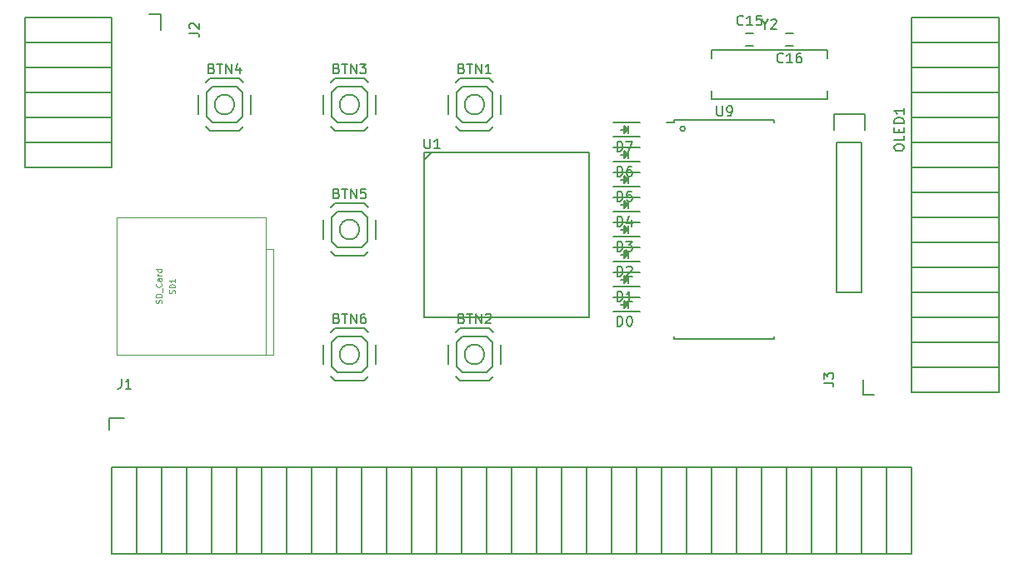
<source format=gbr>
G04 #@! TF.FileFunction,Legend,Top*
%FSLAX46Y46*%
G04 Gerber Fmt 4.6, Leading zero omitted, Abs format (unit mm)*
G04 Created by KiCad (PCBNEW 4.0.5+dfsg1-4) date Mon Mar 27 15:17:06 2017*
%MOMM*%
%LPD*%
G01*
G04 APERTURE LIST*
%ADD10C,0.100000*%
%ADD11C,0.010160*%
%ADD12C,0.150000*%
%ADD13C,0.124460*%
G04 APERTURE END LIST*
D10*
D11*
X111000000Y-86230000D02*
X111800000Y-86230000D01*
X111800000Y-86230000D02*
X111800000Y-97030000D01*
X111800000Y-97030000D02*
X111000000Y-97030000D01*
X95800000Y-83030000D02*
X111000000Y-83030000D01*
X111000000Y-83030000D02*
X111000000Y-97030000D01*
X111000000Y-97030000D02*
X95800000Y-97030000D01*
X95800000Y-97030000D02*
X95800000Y-83030000D01*
D12*
X176650000Y-108410000D02*
X176650000Y-117240000D01*
X174110000Y-108410000D02*
X176650000Y-108410000D01*
X174110000Y-117240000D02*
X176650000Y-117240000D01*
X176650000Y-117240000D02*
X176650000Y-108410000D01*
X174110000Y-117240000D02*
X174110000Y-108410000D01*
X171570000Y-117240000D02*
X174110000Y-117240000D01*
X171570000Y-108410000D02*
X174110000Y-108410000D01*
X174110000Y-108410000D02*
X174110000Y-117240000D01*
X151250000Y-117240000D02*
X151250000Y-108410000D01*
X148710000Y-117240000D02*
X151250000Y-117240000D01*
X148710000Y-108410000D02*
X151250000Y-108410000D01*
X151250000Y-108410000D02*
X151250000Y-117240000D01*
X148710000Y-108410000D02*
X148710000Y-117240000D01*
X146170000Y-108410000D02*
X148710000Y-108410000D01*
X146170000Y-117240000D02*
X148710000Y-117240000D01*
X148710000Y-117240000D02*
X148710000Y-108410000D01*
X146170000Y-117240000D02*
X146170000Y-108410000D01*
X143630000Y-117240000D02*
X146170000Y-117240000D01*
X143630000Y-108410000D02*
X146170000Y-108410000D01*
X146170000Y-108410000D02*
X146170000Y-117240000D01*
X158870000Y-108410000D02*
X158870000Y-117240000D01*
X156330000Y-108410000D02*
X158870000Y-108410000D01*
X156330000Y-117240000D02*
X158870000Y-117240000D01*
X158870000Y-117240000D02*
X158870000Y-108410000D01*
X161410000Y-117240000D02*
X161410000Y-108410000D01*
X158870000Y-117240000D02*
X161410000Y-117240000D01*
X158870000Y-108410000D02*
X161410000Y-108410000D01*
X161410000Y-108410000D02*
X161410000Y-117240000D01*
X163950000Y-108410000D02*
X163950000Y-117240000D01*
X161410000Y-108410000D02*
X163950000Y-108410000D01*
X161410000Y-117240000D02*
X163950000Y-117240000D01*
X163950000Y-117240000D02*
X163950000Y-108410000D01*
X166490000Y-117240000D02*
X166490000Y-108410000D01*
X163950000Y-117240000D02*
X166490000Y-117240000D01*
X163950000Y-108410000D02*
X166490000Y-108410000D01*
X166490000Y-108410000D02*
X166490000Y-117240000D01*
X169030000Y-108410000D02*
X169030000Y-117240000D01*
X166490000Y-108410000D02*
X169030000Y-108410000D01*
X166490000Y-117240000D02*
X169030000Y-117240000D01*
X169030000Y-117240000D02*
X169030000Y-108410000D01*
X156330000Y-117240000D02*
X156330000Y-108410000D01*
X153790000Y-117240000D02*
X156330000Y-117240000D01*
X153790000Y-108410000D02*
X156330000Y-108410000D01*
X156330000Y-108410000D02*
X156330000Y-117240000D01*
X153790000Y-108410000D02*
X153790000Y-117240000D01*
X151250000Y-108410000D02*
X153790000Y-108410000D01*
X151250000Y-117240000D02*
X153790000Y-117240000D01*
X153790000Y-117240000D02*
X153790000Y-108410000D01*
X171570000Y-117240000D02*
X171570000Y-108410000D01*
X169030000Y-117240000D02*
X171570000Y-117240000D01*
X169030000Y-108410000D02*
X171570000Y-108410000D01*
X171570000Y-108410000D02*
X171570000Y-117240000D01*
X143630000Y-108410000D02*
X143630000Y-117240000D01*
X141090000Y-108410000D02*
X143630000Y-108410000D01*
X141090000Y-117240000D02*
X143630000Y-117240000D01*
X143630000Y-117240000D02*
X143630000Y-108410000D01*
X125850000Y-117240000D02*
X125850000Y-108410000D01*
X123310000Y-117240000D02*
X125850000Y-117240000D01*
X123310000Y-108410000D02*
X125850000Y-108410000D01*
X125850000Y-108410000D02*
X125850000Y-117240000D01*
X128390000Y-108410000D02*
X128390000Y-117240000D01*
X125850000Y-108410000D02*
X128390000Y-108410000D01*
X125850000Y-117240000D02*
X128390000Y-117240000D01*
X128390000Y-117240000D02*
X128390000Y-108410000D01*
X141090000Y-117240000D02*
X141090000Y-108410000D01*
X138550000Y-117240000D02*
X141090000Y-117240000D01*
X138550000Y-108410000D02*
X141090000Y-108410000D01*
X141090000Y-108410000D02*
X141090000Y-117240000D01*
X138550000Y-108410000D02*
X138550000Y-117240000D01*
X136010000Y-108410000D02*
X138550000Y-108410000D01*
X136010000Y-117240000D02*
X138550000Y-117240000D01*
X138550000Y-117240000D02*
X138550000Y-108410000D01*
X136010000Y-117240000D02*
X136010000Y-108410000D01*
X133470000Y-117240000D02*
X136010000Y-117240000D01*
X133470000Y-108410000D02*
X136010000Y-108410000D01*
X136010000Y-108410000D02*
X136010000Y-117240000D01*
X133470000Y-108410000D02*
X133470000Y-117240000D01*
X130930000Y-108410000D02*
X133470000Y-108410000D01*
X130930000Y-117240000D02*
X133470000Y-117240000D01*
X133470000Y-117240000D02*
X133470000Y-108410000D01*
X130930000Y-117240000D02*
X130930000Y-108410000D01*
X128390000Y-117240000D02*
X130930000Y-117240000D01*
X128390000Y-108410000D02*
X130930000Y-108410000D01*
X130930000Y-108410000D02*
X130930000Y-117240000D01*
X113150000Y-108410000D02*
X113150000Y-117240000D01*
X110610000Y-108410000D02*
X113150000Y-108410000D01*
X110610000Y-117240000D02*
X113150000Y-117240000D01*
X113150000Y-117240000D02*
X113150000Y-108410000D01*
X115690000Y-117240000D02*
X115690000Y-108410000D01*
X113150000Y-117240000D02*
X115690000Y-117240000D01*
X113150000Y-108410000D02*
X115690000Y-108410000D01*
X115690000Y-108410000D02*
X115690000Y-117240000D01*
X118230000Y-108410000D02*
X118230000Y-117240000D01*
X115690000Y-108410000D02*
X118230000Y-108410000D01*
X115690000Y-117240000D02*
X118230000Y-117240000D01*
X118230000Y-117240000D02*
X118230000Y-108410000D01*
X120770000Y-117240000D02*
X120770000Y-108410000D01*
X118230000Y-117240000D02*
X120770000Y-117240000D01*
X118230000Y-108410000D02*
X120770000Y-108410000D01*
X120770000Y-108410000D02*
X120770000Y-117240000D01*
X123310000Y-108410000D02*
X123310000Y-117240000D01*
X120770000Y-108410000D02*
X123310000Y-108410000D01*
X120770000Y-117240000D02*
X123310000Y-117240000D01*
X123310000Y-117240000D02*
X123310000Y-108410000D01*
X110610000Y-117240000D02*
X110610000Y-108410000D01*
X108070000Y-117240000D02*
X110610000Y-117240000D01*
X108070000Y-108410000D02*
X110610000Y-108410000D01*
X110610000Y-108410000D02*
X110610000Y-117240000D01*
X108070000Y-108410000D02*
X108070000Y-117240000D01*
X105530000Y-108410000D02*
X108070000Y-108410000D01*
X105530000Y-117240000D02*
X108070000Y-117240000D01*
X108070000Y-117240000D02*
X108070000Y-108410000D01*
X105530000Y-117240000D02*
X105530000Y-108410000D01*
X102990000Y-117240000D02*
X105530000Y-117240000D01*
X102990000Y-108410000D02*
X105530000Y-108410000D01*
X105530000Y-108410000D02*
X105530000Y-117240000D01*
X102990000Y-108410000D02*
X102990000Y-117240000D01*
X100450000Y-108410000D02*
X102990000Y-108410000D01*
X100450000Y-117240000D02*
X102990000Y-117240000D01*
X102990000Y-117240000D02*
X102990000Y-108410000D01*
X100450000Y-117240000D02*
X100450000Y-108410000D01*
X97910000Y-117240000D02*
X100450000Y-117240000D01*
X97910000Y-108410000D02*
X100450000Y-108410000D01*
X100450000Y-108410000D02*
X100450000Y-117240000D01*
X97910000Y-108410000D02*
X97910000Y-117240000D01*
X95370000Y-108410000D02*
X97910000Y-108410000D01*
X96640000Y-103450000D02*
X95090000Y-103450000D01*
X95090000Y-103450000D02*
X95090000Y-104600000D01*
X95370000Y-108410000D02*
X95370000Y-117240000D01*
X95370000Y-117240000D02*
X97910000Y-117240000D01*
X97910000Y-117240000D02*
X97910000Y-108410000D01*
X185480000Y-83010000D02*
X176650000Y-83010000D01*
X185480000Y-85550000D02*
X185480000Y-83010000D01*
X176650000Y-85550000D02*
X176650000Y-83010000D01*
X176650000Y-83010000D02*
X185480000Y-83010000D01*
X176650000Y-80470000D02*
X185480000Y-80470000D01*
X176650000Y-83010000D02*
X176650000Y-80470000D01*
X185480000Y-83010000D02*
X185480000Y-80470000D01*
X185480000Y-80470000D02*
X176650000Y-80470000D01*
X185480000Y-77930000D02*
X176650000Y-77930000D01*
X185480000Y-80470000D02*
X185480000Y-77930000D01*
X176650000Y-80470000D02*
X176650000Y-77930000D01*
X176650000Y-77930000D02*
X185480000Y-77930000D01*
X176650000Y-75390000D02*
X185480000Y-75390000D01*
X176650000Y-77930000D02*
X176650000Y-75390000D01*
X185480000Y-77930000D02*
X185480000Y-75390000D01*
X185480000Y-75390000D02*
X176650000Y-75390000D01*
X176650000Y-72850000D02*
X185480000Y-72850000D01*
X176650000Y-75390000D02*
X176650000Y-72850000D01*
X185480000Y-75390000D02*
X185480000Y-72850000D01*
X185480000Y-72850000D02*
X176650000Y-72850000D01*
X185480000Y-70310000D02*
X176650000Y-70310000D01*
X185480000Y-72850000D02*
X185480000Y-70310000D01*
X176650000Y-72850000D02*
X176650000Y-70310000D01*
X176650000Y-70310000D02*
X185480000Y-70310000D01*
X176650000Y-67770000D02*
X185480000Y-67770000D01*
X176650000Y-70310000D02*
X176650000Y-67770000D01*
X185480000Y-70310000D02*
X185480000Y-67770000D01*
X185480000Y-67770000D02*
X176650000Y-67770000D01*
X185480000Y-65230000D02*
X176650000Y-65230000D01*
X185480000Y-67770000D02*
X185480000Y-65230000D01*
X176650000Y-67770000D02*
X176650000Y-65230000D01*
X176650000Y-65230000D02*
X185480000Y-65230000D01*
X176650000Y-62690000D02*
X185480000Y-62690000D01*
X176650000Y-65230000D02*
X176650000Y-62690000D01*
X185480000Y-65230000D02*
X185480000Y-62690000D01*
X185480000Y-62690000D02*
X176650000Y-62690000D01*
X185480000Y-85550000D02*
X176650000Y-85550000D01*
X185480000Y-88090000D02*
X185480000Y-85550000D01*
X176650000Y-88090000D02*
X176650000Y-85550000D01*
X176650000Y-85550000D02*
X185480000Y-85550000D01*
X176650000Y-88090000D02*
X185480000Y-88090000D01*
X176650000Y-90630000D02*
X176650000Y-88090000D01*
X185480000Y-90630000D02*
X185480000Y-88090000D01*
X185480000Y-88090000D02*
X176650000Y-88090000D01*
X185480000Y-90630000D02*
X176650000Y-90630000D01*
X185480000Y-93170000D02*
X185480000Y-90630000D01*
X176650000Y-93170000D02*
X176650000Y-90630000D01*
X176650000Y-90630000D02*
X185480000Y-90630000D01*
X176650000Y-93170000D02*
X185480000Y-93170000D01*
X176650000Y-95710000D02*
X176650000Y-93170000D01*
X185480000Y-95710000D02*
X185480000Y-93170000D01*
X185480000Y-93170000D02*
X176650000Y-93170000D01*
X185480000Y-95710000D02*
X176650000Y-95710000D01*
X185480000Y-98250000D02*
X185480000Y-95710000D01*
X176650000Y-98250000D02*
X176650000Y-95710000D01*
X176650000Y-95710000D02*
X185480000Y-95710000D01*
X176650000Y-98250000D02*
X185480000Y-98250000D01*
X176650000Y-100790000D02*
X176650000Y-98250000D01*
X171690000Y-99520000D02*
X171690000Y-101070000D01*
X171690000Y-101070000D02*
X172840000Y-101070000D01*
X176650000Y-100790000D02*
X185480000Y-100790000D01*
X185480000Y-100790000D02*
X185480000Y-98250000D01*
X185480000Y-98250000D02*
X176650000Y-98250000D01*
X86540000Y-77930000D02*
X95370000Y-77930000D01*
X86540000Y-75390000D02*
X86540000Y-77930000D01*
X95370000Y-75390000D02*
X95370000Y-77930000D01*
X95370000Y-77930000D02*
X86540000Y-77930000D01*
X95370000Y-75390000D02*
X86540000Y-75390000D01*
X95370000Y-72850000D02*
X95370000Y-75390000D01*
X86540000Y-72850000D02*
X86540000Y-75390000D01*
X86540000Y-75390000D02*
X95370000Y-75390000D01*
X86540000Y-72850000D02*
X95370000Y-72850000D01*
X86540000Y-70310000D02*
X86540000Y-72850000D01*
X95370000Y-70310000D02*
X95370000Y-72850000D01*
X95370000Y-72850000D02*
X86540000Y-72850000D01*
X95370000Y-70310000D02*
X86540000Y-70310000D01*
X95370000Y-67770000D02*
X95370000Y-70310000D01*
X86540000Y-67770000D02*
X86540000Y-70310000D01*
X86540000Y-70310000D02*
X95370000Y-70310000D01*
X86540000Y-67770000D02*
X95370000Y-67770000D01*
X86540000Y-65230000D02*
X86540000Y-67770000D01*
X95370000Y-65230000D02*
X95370000Y-67770000D01*
X95370000Y-67770000D02*
X86540000Y-67770000D01*
X95370000Y-65230000D02*
X86540000Y-65230000D01*
X95370000Y-62690000D02*
X95370000Y-65230000D01*
X100330000Y-63960000D02*
X100330000Y-62410000D01*
X100330000Y-62410000D02*
X99180000Y-62410000D01*
X95370000Y-62690000D02*
X86540000Y-62690000D01*
X86540000Y-62690000D02*
X86540000Y-65230000D01*
X86540000Y-65230000D02*
X95370000Y-65230000D01*
X133200000Y-71580000D02*
G75*
G03X133200000Y-71580000I-1000000J0D01*
G01*
X131000000Y-69780000D02*
X133400000Y-69780000D01*
X130400000Y-70380000D02*
X131000000Y-69780000D01*
X130400000Y-72780000D02*
X130400000Y-70380000D01*
X131000000Y-73380000D02*
X130400000Y-72780000D01*
X133400000Y-73380000D02*
X131000000Y-73380000D01*
X134000000Y-72780000D02*
X133400000Y-73380000D01*
X134000000Y-70380000D02*
X134000000Y-72780000D01*
X133400000Y-69780000D02*
X134000000Y-70380000D01*
X130750000Y-68880000D02*
X133650000Y-68880000D01*
X130300000Y-69330000D02*
X130750000Y-68880000D01*
X129500000Y-72580000D02*
X129500000Y-70580000D01*
X130750000Y-74280000D02*
X130300000Y-73830000D01*
X133650000Y-74280000D02*
X130750000Y-74280000D01*
X134100000Y-73830000D02*
X133650000Y-74280000D01*
X134900000Y-70580000D02*
X134900000Y-72580000D01*
X133650000Y-68880000D02*
X134100000Y-69330000D01*
X133200000Y-96980000D02*
G75*
G03X133200000Y-96980000I-1000000J0D01*
G01*
X131000000Y-95180000D02*
X133400000Y-95180000D01*
X130400000Y-95780000D02*
X131000000Y-95180000D01*
X130400000Y-98180000D02*
X130400000Y-95780000D01*
X131000000Y-98780000D02*
X130400000Y-98180000D01*
X133400000Y-98780000D02*
X131000000Y-98780000D01*
X134000000Y-98180000D02*
X133400000Y-98780000D01*
X134000000Y-95780000D02*
X134000000Y-98180000D01*
X133400000Y-95180000D02*
X134000000Y-95780000D01*
X130750000Y-94280000D02*
X133650000Y-94280000D01*
X130300000Y-94730000D02*
X130750000Y-94280000D01*
X129500000Y-97980000D02*
X129500000Y-95980000D01*
X130750000Y-99680000D02*
X130300000Y-99230000D01*
X133650000Y-99680000D02*
X130750000Y-99680000D01*
X134100000Y-99230000D02*
X133650000Y-99680000D01*
X134900000Y-95980000D02*
X134900000Y-97980000D01*
X133650000Y-94280000D02*
X134100000Y-94730000D01*
X120500000Y-71580000D02*
G75*
G03X120500000Y-71580000I-1000000J0D01*
G01*
X118300000Y-69780000D02*
X120700000Y-69780000D01*
X117700000Y-70380000D02*
X118300000Y-69780000D01*
X117700000Y-72780000D02*
X117700000Y-70380000D01*
X118300000Y-73380000D02*
X117700000Y-72780000D01*
X120700000Y-73380000D02*
X118300000Y-73380000D01*
X121300000Y-72780000D02*
X120700000Y-73380000D01*
X121300000Y-70380000D02*
X121300000Y-72780000D01*
X120700000Y-69780000D02*
X121300000Y-70380000D01*
X118050000Y-68880000D02*
X120950000Y-68880000D01*
X117600000Y-69330000D02*
X118050000Y-68880000D01*
X116800000Y-72580000D02*
X116800000Y-70580000D01*
X118050000Y-74280000D02*
X117600000Y-73830000D01*
X120950000Y-74280000D02*
X118050000Y-74280000D01*
X121400000Y-73830000D02*
X120950000Y-74280000D01*
X122200000Y-70580000D02*
X122200000Y-72580000D01*
X120950000Y-68880000D02*
X121400000Y-69330000D01*
X107800000Y-71580000D02*
G75*
G03X107800000Y-71580000I-1000000J0D01*
G01*
X105600000Y-69780000D02*
X108000000Y-69780000D01*
X105000000Y-70380000D02*
X105600000Y-69780000D01*
X105000000Y-72780000D02*
X105000000Y-70380000D01*
X105600000Y-73380000D02*
X105000000Y-72780000D01*
X108000000Y-73380000D02*
X105600000Y-73380000D01*
X108600000Y-72780000D02*
X108000000Y-73380000D01*
X108600000Y-70380000D02*
X108600000Y-72780000D01*
X108000000Y-69780000D02*
X108600000Y-70380000D01*
X105350000Y-68880000D02*
X108250000Y-68880000D01*
X104900000Y-69330000D02*
X105350000Y-68880000D01*
X104100000Y-72580000D02*
X104100000Y-70580000D01*
X105350000Y-74280000D02*
X104900000Y-73830000D01*
X108250000Y-74280000D02*
X105350000Y-74280000D01*
X108700000Y-73830000D02*
X108250000Y-74280000D01*
X109500000Y-70580000D02*
X109500000Y-72580000D01*
X108250000Y-68880000D02*
X108700000Y-69330000D01*
X120500000Y-84280000D02*
G75*
G03X120500000Y-84280000I-1000000J0D01*
G01*
X118300000Y-82480000D02*
X120700000Y-82480000D01*
X117700000Y-83080000D02*
X118300000Y-82480000D01*
X117700000Y-85480000D02*
X117700000Y-83080000D01*
X118300000Y-86080000D02*
X117700000Y-85480000D01*
X120700000Y-86080000D02*
X118300000Y-86080000D01*
X121300000Y-85480000D02*
X120700000Y-86080000D01*
X121300000Y-83080000D02*
X121300000Y-85480000D01*
X120700000Y-82480000D02*
X121300000Y-83080000D01*
X118050000Y-81580000D02*
X120950000Y-81580000D01*
X117600000Y-82030000D02*
X118050000Y-81580000D01*
X116800000Y-85280000D02*
X116800000Y-83280000D01*
X118050000Y-86980000D02*
X117600000Y-86530000D01*
X120950000Y-86980000D02*
X118050000Y-86980000D01*
X121400000Y-86530000D02*
X120950000Y-86980000D01*
X122200000Y-83280000D02*
X122200000Y-85280000D01*
X120950000Y-81580000D02*
X121400000Y-82030000D01*
X120500000Y-96980000D02*
G75*
G03X120500000Y-96980000I-1000000J0D01*
G01*
X118300000Y-95180000D02*
X120700000Y-95180000D01*
X117700000Y-95780000D02*
X118300000Y-95180000D01*
X117700000Y-98180000D02*
X117700000Y-95780000D01*
X118300000Y-98780000D02*
X117700000Y-98180000D01*
X120700000Y-98780000D02*
X118300000Y-98780000D01*
X121300000Y-98180000D02*
X120700000Y-98780000D01*
X121300000Y-95780000D02*
X121300000Y-98180000D01*
X120700000Y-95180000D02*
X121300000Y-95780000D01*
X118050000Y-94280000D02*
X120950000Y-94280000D01*
X117600000Y-94730000D02*
X118050000Y-94280000D01*
X116800000Y-97980000D02*
X116800000Y-95980000D01*
X118050000Y-99680000D02*
X117600000Y-99230000D01*
X120950000Y-99680000D02*
X118050000Y-99680000D01*
X121400000Y-99230000D02*
X120950000Y-99680000D01*
X122200000Y-95980000D02*
X122200000Y-97980000D01*
X120950000Y-94280000D02*
X121400000Y-94730000D01*
X149040000Y-91150000D02*
X146340000Y-91150000D01*
X149040000Y-92650000D02*
X146340000Y-92650000D01*
X147540000Y-91750000D02*
X147540000Y-92000000D01*
X147540000Y-92000000D02*
X147690000Y-91850000D01*
X147790000Y-92250000D02*
X147790000Y-91550000D01*
X147440000Y-91900000D02*
X147090000Y-91900000D01*
X147790000Y-91900000D02*
X147440000Y-92250000D01*
X147440000Y-92250000D02*
X147440000Y-91550000D01*
X147440000Y-91550000D02*
X147790000Y-91900000D01*
X149040000Y-88610000D02*
X146340000Y-88610000D01*
X149040000Y-90110000D02*
X146340000Y-90110000D01*
X147540000Y-89210000D02*
X147540000Y-89460000D01*
X147540000Y-89460000D02*
X147690000Y-89310000D01*
X147790000Y-89710000D02*
X147790000Y-89010000D01*
X147440000Y-89360000D02*
X147090000Y-89360000D01*
X147790000Y-89360000D02*
X147440000Y-89710000D01*
X147440000Y-89710000D02*
X147440000Y-89010000D01*
X147440000Y-89010000D02*
X147790000Y-89360000D01*
X149040000Y-86070000D02*
X146340000Y-86070000D01*
X149040000Y-87570000D02*
X146340000Y-87570000D01*
X147540000Y-86670000D02*
X147540000Y-86920000D01*
X147540000Y-86920000D02*
X147690000Y-86770000D01*
X147790000Y-87170000D02*
X147790000Y-86470000D01*
X147440000Y-86820000D02*
X147090000Y-86820000D01*
X147790000Y-86820000D02*
X147440000Y-87170000D01*
X147440000Y-87170000D02*
X147440000Y-86470000D01*
X147440000Y-86470000D02*
X147790000Y-86820000D01*
X149040000Y-83530000D02*
X146340000Y-83530000D01*
X149040000Y-85030000D02*
X146340000Y-85030000D01*
X147540000Y-84130000D02*
X147540000Y-84380000D01*
X147540000Y-84380000D02*
X147690000Y-84230000D01*
X147790000Y-84630000D02*
X147790000Y-83930000D01*
X147440000Y-84280000D02*
X147090000Y-84280000D01*
X147790000Y-84280000D02*
X147440000Y-84630000D01*
X147440000Y-84630000D02*
X147440000Y-83930000D01*
X147440000Y-83930000D02*
X147790000Y-84280000D01*
X149040000Y-80990000D02*
X146340000Y-80990000D01*
X149040000Y-82490000D02*
X146340000Y-82490000D01*
X147540000Y-81590000D02*
X147540000Y-81840000D01*
X147540000Y-81840000D02*
X147690000Y-81690000D01*
X147790000Y-82090000D02*
X147790000Y-81390000D01*
X147440000Y-81740000D02*
X147090000Y-81740000D01*
X147790000Y-81740000D02*
X147440000Y-82090000D01*
X147440000Y-82090000D02*
X147440000Y-81390000D01*
X147440000Y-81390000D02*
X147790000Y-81740000D01*
X149040000Y-78450000D02*
X146340000Y-78450000D01*
X149040000Y-79950000D02*
X146340000Y-79950000D01*
X147540000Y-79050000D02*
X147540000Y-79300000D01*
X147540000Y-79300000D02*
X147690000Y-79150000D01*
X147790000Y-79550000D02*
X147790000Y-78850000D01*
X147440000Y-79200000D02*
X147090000Y-79200000D01*
X147790000Y-79200000D02*
X147440000Y-79550000D01*
X147440000Y-79550000D02*
X147440000Y-78850000D01*
X147440000Y-78850000D02*
X147790000Y-79200000D01*
X149040000Y-75910000D02*
X146340000Y-75910000D01*
X149040000Y-77410000D02*
X146340000Y-77410000D01*
X147540000Y-76510000D02*
X147540000Y-76760000D01*
X147540000Y-76760000D02*
X147690000Y-76610000D01*
X147790000Y-77010000D02*
X147790000Y-76310000D01*
X147440000Y-76660000D02*
X147090000Y-76660000D01*
X147790000Y-76660000D02*
X147440000Y-77010000D01*
X147440000Y-77010000D02*
X147440000Y-76310000D01*
X147440000Y-76310000D02*
X147790000Y-76660000D01*
X149040000Y-73370000D02*
X146340000Y-73370000D01*
X149040000Y-74870000D02*
X146340000Y-74870000D01*
X147540000Y-73970000D02*
X147540000Y-74220000D01*
X147540000Y-74220000D02*
X147690000Y-74070000D01*
X147790000Y-74470000D02*
X147790000Y-73770000D01*
X147440000Y-74120000D02*
X147090000Y-74120000D01*
X147790000Y-74120000D02*
X147440000Y-74470000D01*
X147440000Y-74470000D02*
X147440000Y-73770000D01*
X147440000Y-73770000D02*
X147790000Y-74120000D01*
X169030000Y-75390000D02*
X169030000Y-90630000D01*
X169030000Y-90630000D02*
X171570000Y-90630000D01*
X171570000Y-90630000D02*
X171570000Y-75390000D01*
X168750000Y-72570000D02*
X168750000Y-74120000D01*
X169030000Y-75390000D02*
X171570000Y-75390000D01*
X171850000Y-74120000D02*
X171850000Y-72570000D01*
X171850000Y-72570000D02*
X168750000Y-72570000D01*
X152520000Y-95380000D02*
X152520000Y-95180000D01*
X162680000Y-95380000D02*
X162680000Y-95180000D01*
X153600000Y-74030000D02*
G75*
G03X153600000Y-74030000I-250000J0D01*
G01*
X152520000Y-73380000D02*
X151700000Y-73380000D01*
X152520000Y-73180000D02*
X152520000Y-73380000D01*
X162680000Y-73180000D02*
X162680000Y-73380000D01*
X162680000Y-95390000D02*
X152520000Y-95390000D01*
X152520000Y-73170000D02*
X162680000Y-73170000D01*
X156322380Y-71031360D02*
X168021620Y-71031360D01*
X168021620Y-66032640D02*
X156322380Y-66032640D01*
X168021620Y-71031360D02*
X168021620Y-70183000D01*
X168021620Y-66032640D02*
X168021620Y-66881000D01*
X156322380Y-71031360D02*
X156322380Y-70183000D01*
X156322380Y-66032640D02*
X156322380Y-66881000D01*
X159790000Y-64376000D02*
X160490000Y-64376000D01*
X160490000Y-65576000D02*
X159790000Y-65576000D01*
X164554000Y-65576000D02*
X163854000Y-65576000D01*
X163854000Y-64376000D02*
X164554000Y-64376000D01*
X127080000Y-93200000D02*
X143880000Y-93200000D01*
X143880000Y-93200000D02*
X143880000Y-76400000D01*
X143880000Y-76400000D02*
X127080000Y-76400000D01*
X127080000Y-76400000D02*
X127080000Y-93200000D01*
X127880000Y-76400000D02*
X127080000Y-77200000D01*
D13*
X101742630Y-90786436D02*
X101771175Y-90700802D01*
X101771175Y-90558078D01*
X101742630Y-90500988D01*
X101714086Y-90472444D01*
X101656996Y-90443899D01*
X101599907Y-90443899D01*
X101542817Y-90472444D01*
X101514272Y-90500988D01*
X101485728Y-90558078D01*
X101457183Y-90672257D01*
X101428638Y-90729346D01*
X101400093Y-90757891D01*
X101343004Y-90786436D01*
X101285914Y-90786436D01*
X101228825Y-90757891D01*
X101200280Y-90729346D01*
X101171735Y-90672257D01*
X101171735Y-90529533D01*
X101200280Y-90443899D01*
X101771175Y-90186996D02*
X101171735Y-90186996D01*
X101171735Y-90044272D01*
X101200280Y-89958638D01*
X101257370Y-89901549D01*
X101314459Y-89873004D01*
X101428638Y-89844459D01*
X101514272Y-89844459D01*
X101628451Y-89873004D01*
X101685541Y-89901549D01*
X101742630Y-89958638D01*
X101771175Y-90044272D01*
X101771175Y-90186996D01*
X101771175Y-89273564D02*
X101771175Y-89616101D01*
X101771175Y-89444832D02*
X101171735Y-89444832D01*
X101257370Y-89501922D01*
X101314459Y-89559011D01*
X101343004Y-89616101D01*
X100392630Y-91756957D02*
X100421175Y-91671323D01*
X100421175Y-91528599D01*
X100392630Y-91471509D01*
X100364086Y-91442965D01*
X100306996Y-91414420D01*
X100249907Y-91414420D01*
X100192817Y-91442965D01*
X100164272Y-91471509D01*
X100135728Y-91528599D01*
X100107183Y-91642778D01*
X100078638Y-91699867D01*
X100050093Y-91728412D01*
X99993004Y-91756957D01*
X99935914Y-91756957D01*
X99878825Y-91728412D01*
X99850280Y-91699867D01*
X99821735Y-91642778D01*
X99821735Y-91500054D01*
X99850280Y-91414420D01*
X100421175Y-91157517D02*
X99821735Y-91157517D01*
X99821735Y-91014793D01*
X99850280Y-90929159D01*
X99907370Y-90872070D01*
X99964459Y-90843525D01*
X100078638Y-90814980D01*
X100164272Y-90814980D01*
X100278451Y-90843525D01*
X100335541Y-90872070D01*
X100392630Y-90929159D01*
X100421175Y-91014793D01*
X100421175Y-91157517D01*
X100478265Y-90700801D02*
X100478265Y-90244085D01*
X100364086Y-89758824D02*
X100392630Y-89787369D01*
X100421175Y-89873003D01*
X100421175Y-89930093D01*
X100392630Y-90015727D01*
X100335541Y-90072816D01*
X100278451Y-90101361D01*
X100164272Y-90129906D01*
X100078638Y-90129906D01*
X99964459Y-90101361D01*
X99907370Y-90072816D01*
X99850280Y-90015727D01*
X99821735Y-89930093D01*
X99821735Y-89873003D01*
X99850280Y-89787369D01*
X99878825Y-89758824D01*
X100421175Y-89245018D02*
X100107183Y-89245018D01*
X100050093Y-89273563D01*
X100021549Y-89330653D01*
X100021549Y-89444832D01*
X100050093Y-89501921D01*
X100392630Y-89245018D02*
X100421175Y-89302108D01*
X100421175Y-89444832D01*
X100392630Y-89501921D01*
X100335541Y-89530466D01*
X100278451Y-89530466D01*
X100221362Y-89501921D01*
X100192817Y-89444832D01*
X100192817Y-89302108D01*
X100164272Y-89245018D01*
X100421175Y-88959571D02*
X100021549Y-88959571D01*
X100135728Y-88959571D02*
X100078638Y-88931026D01*
X100050093Y-88902482D01*
X100021549Y-88845392D01*
X100021549Y-88788303D01*
X100421175Y-88331586D02*
X99821735Y-88331586D01*
X100392630Y-88331586D02*
X100421175Y-88388676D01*
X100421175Y-88502855D01*
X100392630Y-88559944D01*
X100364086Y-88588489D01*
X100306996Y-88617034D01*
X100135728Y-88617034D01*
X100078638Y-88588489D01*
X100050093Y-88559944D01*
X100021549Y-88502855D01*
X100021549Y-88388676D01*
X100050093Y-88331586D01*
D12*
X96306667Y-99452381D02*
X96306667Y-100166667D01*
X96259047Y-100309524D01*
X96163809Y-100404762D01*
X96020952Y-100452381D01*
X95925714Y-100452381D01*
X97306667Y-100452381D02*
X96735238Y-100452381D01*
X97020952Y-100452381D02*
X97020952Y-99452381D01*
X96925714Y-99595238D01*
X96830476Y-99690476D01*
X96735238Y-99738095D01*
X167692381Y-99853333D02*
X168406667Y-99853333D01*
X168549524Y-99900953D01*
X168644762Y-99996191D01*
X168692381Y-100139048D01*
X168692381Y-100234286D01*
X167692381Y-99472381D02*
X167692381Y-98853333D01*
X168073333Y-99186667D01*
X168073333Y-99043809D01*
X168120952Y-98948571D01*
X168168571Y-98900952D01*
X168263810Y-98853333D01*
X168501905Y-98853333D01*
X168597143Y-98900952D01*
X168644762Y-98948571D01*
X168692381Y-99043809D01*
X168692381Y-99329524D01*
X168644762Y-99424762D01*
X168597143Y-99472381D01*
X103232381Y-64293333D02*
X103946667Y-64293333D01*
X104089524Y-64340953D01*
X104184762Y-64436191D01*
X104232381Y-64579048D01*
X104232381Y-64674286D01*
X103327619Y-63864762D02*
X103280000Y-63817143D01*
X103232381Y-63721905D01*
X103232381Y-63483809D01*
X103280000Y-63388571D01*
X103327619Y-63340952D01*
X103422857Y-63293333D01*
X103518095Y-63293333D01*
X103660952Y-63340952D01*
X104232381Y-63912381D01*
X104232381Y-63293333D01*
X130890477Y-67908571D02*
X131033334Y-67956190D01*
X131080953Y-68003810D01*
X131128572Y-68099048D01*
X131128572Y-68241905D01*
X131080953Y-68337143D01*
X131033334Y-68384762D01*
X130938096Y-68432381D01*
X130557143Y-68432381D01*
X130557143Y-67432381D01*
X130890477Y-67432381D01*
X130985715Y-67480000D01*
X131033334Y-67527619D01*
X131080953Y-67622857D01*
X131080953Y-67718095D01*
X131033334Y-67813333D01*
X130985715Y-67860952D01*
X130890477Y-67908571D01*
X130557143Y-67908571D01*
X131414286Y-67432381D02*
X131985715Y-67432381D01*
X131700000Y-68432381D02*
X131700000Y-67432381D01*
X132319048Y-68432381D02*
X132319048Y-67432381D01*
X132890477Y-68432381D01*
X132890477Y-67432381D01*
X133890477Y-68432381D02*
X133319048Y-68432381D01*
X133604762Y-68432381D02*
X133604762Y-67432381D01*
X133509524Y-67575238D01*
X133414286Y-67670476D01*
X133319048Y-67718095D01*
X130890477Y-93308571D02*
X131033334Y-93356190D01*
X131080953Y-93403810D01*
X131128572Y-93499048D01*
X131128572Y-93641905D01*
X131080953Y-93737143D01*
X131033334Y-93784762D01*
X130938096Y-93832381D01*
X130557143Y-93832381D01*
X130557143Y-92832381D01*
X130890477Y-92832381D01*
X130985715Y-92880000D01*
X131033334Y-92927619D01*
X131080953Y-93022857D01*
X131080953Y-93118095D01*
X131033334Y-93213333D01*
X130985715Y-93260952D01*
X130890477Y-93308571D01*
X130557143Y-93308571D01*
X131414286Y-92832381D02*
X131985715Y-92832381D01*
X131700000Y-93832381D02*
X131700000Y-92832381D01*
X132319048Y-93832381D02*
X132319048Y-92832381D01*
X132890477Y-93832381D01*
X132890477Y-92832381D01*
X133319048Y-92927619D02*
X133366667Y-92880000D01*
X133461905Y-92832381D01*
X133700001Y-92832381D01*
X133795239Y-92880000D01*
X133842858Y-92927619D01*
X133890477Y-93022857D01*
X133890477Y-93118095D01*
X133842858Y-93260952D01*
X133271429Y-93832381D01*
X133890477Y-93832381D01*
X118190477Y-67908571D02*
X118333334Y-67956190D01*
X118380953Y-68003810D01*
X118428572Y-68099048D01*
X118428572Y-68241905D01*
X118380953Y-68337143D01*
X118333334Y-68384762D01*
X118238096Y-68432381D01*
X117857143Y-68432381D01*
X117857143Y-67432381D01*
X118190477Y-67432381D01*
X118285715Y-67480000D01*
X118333334Y-67527619D01*
X118380953Y-67622857D01*
X118380953Y-67718095D01*
X118333334Y-67813333D01*
X118285715Y-67860952D01*
X118190477Y-67908571D01*
X117857143Y-67908571D01*
X118714286Y-67432381D02*
X119285715Y-67432381D01*
X119000000Y-68432381D02*
X119000000Y-67432381D01*
X119619048Y-68432381D02*
X119619048Y-67432381D01*
X120190477Y-68432381D01*
X120190477Y-67432381D01*
X120571429Y-67432381D02*
X121190477Y-67432381D01*
X120857143Y-67813333D01*
X121000001Y-67813333D01*
X121095239Y-67860952D01*
X121142858Y-67908571D01*
X121190477Y-68003810D01*
X121190477Y-68241905D01*
X121142858Y-68337143D01*
X121095239Y-68384762D01*
X121000001Y-68432381D01*
X120714286Y-68432381D01*
X120619048Y-68384762D01*
X120571429Y-68337143D01*
X105490477Y-67908571D02*
X105633334Y-67956190D01*
X105680953Y-68003810D01*
X105728572Y-68099048D01*
X105728572Y-68241905D01*
X105680953Y-68337143D01*
X105633334Y-68384762D01*
X105538096Y-68432381D01*
X105157143Y-68432381D01*
X105157143Y-67432381D01*
X105490477Y-67432381D01*
X105585715Y-67480000D01*
X105633334Y-67527619D01*
X105680953Y-67622857D01*
X105680953Y-67718095D01*
X105633334Y-67813333D01*
X105585715Y-67860952D01*
X105490477Y-67908571D01*
X105157143Y-67908571D01*
X106014286Y-67432381D02*
X106585715Y-67432381D01*
X106300000Y-68432381D02*
X106300000Y-67432381D01*
X106919048Y-68432381D02*
X106919048Y-67432381D01*
X107490477Y-68432381D01*
X107490477Y-67432381D01*
X108395239Y-67765714D02*
X108395239Y-68432381D01*
X108157143Y-67384762D02*
X107919048Y-68099048D01*
X108538096Y-68099048D01*
X118190477Y-80608571D02*
X118333334Y-80656190D01*
X118380953Y-80703810D01*
X118428572Y-80799048D01*
X118428572Y-80941905D01*
X118380953Y-81037143D01*
X118333334Y-81084762D01*
X118238096Y-81132381D01*
X117857143Y-81132381D01*
X117857143Y-80132381D01*
X118190477Y-80132381D01*
X118285715Y-80180000D01*
X118333334Y-80227619D01*
X118380953Y-80322857D01*
X118380953Y-80418095D01*
X118333334Y-80513333D01*
X118285715Y-80560952D01*
X118190477Y-80608571D01*
X117857143Y-80608571D01*
X118714286Y-80132381D02*
X119285715Y-80132381D01*
X119000000Y-81132381D02*
X119000000Y-80132381D01*
X119619048Y-81132381D02*
X119619048Y-80132381D01*
X120190477Y-81132381D01*
X120190477Y-80132381D01*
X121142858Y-80132381D02*
X120666667Y-80132381D01*
X120619048Y-80608571D01*
X120666667Y-80560952D01*
X120761905Y-80513333D01*
X121000001Y-80513333D01*
X121095239Y-80560952D01*
X121142858Y-80608571D01*
X121190477Y-80703810D01*
X121190477Y-80941905D01*
X121142858Y-81037143D01*
X121095239Y-81084762D01*
X121000001Y-81132381D01*
X120761905Y-81132381D01*
X120666667Y-81084762D01*
X120619048Y-81037143D01*
X118190477Y-93308571D02*
X118333334Y-93356190D01*
X118380953Y-93403810D01*
X118428572Y-93499048D01*
X118428572Y-93641905D01*
X118380953Y-93737143D01*
X118333334Y-93784762D01*
X118238096Y-93832381D01*
X117857143Y-93832381D01*
X117857143Y-92832381D01*
X118190477Y-92832381D01*
X118285715Y-92880000D01*
X118333334Y-92927619D01*
X118380953Y-93022857D01*
X118380953Y-93118095D01*
X118333334Y-93213333D01*
X118285715Y-93260952D01*
X118190477Y-93308571D01*
X117857143Y-93308571D01*
X118714286Y-92832381D02*
X119285715Y-92832381D01*
X119000000Y-93832381D02*
X119000000Y-92832381D01*
X119619048Y-93832381D02*
X119619048Y-92832381D01*
X120190477Y-93832381D01*
X120190477Y-92832381D01*
X121095239Y-92832381D02*
X120904762Y-92832381D01*
X120809524Y-92880000D01*
X120761905Y-92927619D01*
X120666667Y-93070476D01*
X120619048Y-93260952D01*
X120619048Y-93641905D01*
X120666667Y-93737143D01*
X120714286Y-93784762D01*
X120809524Y-93832381D01*
X121000001Y-93832381D01*
X121095239Y-93784762D01*
X121142858Y-93737143D01*
X121190477Y-93641905D01*
X121190477Y-93403810D01*
X121142858Y-93308571D01*
X121095239Y-93260952D01*
X121000001Y-93213333D01*
X120809524Y-93213333D01*
X120714286Y-93260952D01*
X120666667Y-93308571D01*
X120619048Y-93403810D01*
X146701905Y-94102381D02*
X146701905Y-93102381D01*
X146940000Y-93102381D01*
X147082858Y-93150000D01*
X147178096Y-93245238D01*
X147225715Y-93340476D01*
X147273334Y-93530952D01*
X147273334Y-93673810D01*
X147225715Y-93864286D01*
X147178096Y-93959524D01*
X147082858Y-94054762D01*
X146940000Y-94102381D01*
X146701905Y-94102381D01*
X147892381Y-93102381D02*
X147987620Y-93102381D01*
X148082858Y-93150000D01*
X148130477Y-93197619D01*
X148178096Y-93292857D01*
X148225715Y-93483333D01*
X148225715Y-93721429D01*
X148178096Y-93911905D01*
X148130477Y-94007143D01*
X148082858Y-94054762D01*
X147987620Y-94102381D01*
X147892381Y-94102381D01*
X147797143Y-94054762D01*
X147749524Y-94007143D01*
X147701905Y-93911905D01*
X147654286Y-93721429D01*
X147654286Y-93483333D01*
X147701905Y-93292857D01*
X147749524Y-93197619D01*
X147797143Y-93150000D01*
X147892381Y-93102381D01*
X146701905Y-91562381D02*
X146701905Y-90562381D01*
X146940000Y-90562381D01*
X147082858Y-90610000D01*
X147178096Y-90705238D01*
X147225715Y-90800476D01*
X147273334Y-90990952D01*
X147273334Y-91133810D01*
X147225715Y-91324286D01*
X147178096Y-91419524D01*
X147082858Y-91514762D01*
X146940000Y-91562381D01*
X146701905Y-91562381D01*
X148225715Y-91562381D02*
X147654286Y-91562381D01*
X147940000Y-91562381D02*
X147940000Y-90562381D01*
X147844762Y-90705238D01*
X147749524Y-90800476D01*
X147654286Y-90848095D01*
X146701905Y-89022381D02*
X146701905Y-88022381D01*
X146940000Y-88022381D01*
X147082858Y-88070000D01*
X147178096Y-88165238D01*
X147225715Y-88260476D01*
X147273334Y-88450952D01*
X147273334Y-88593810D01*
X147225715Y-88784286D01*
X147178096Y-88879524D01*
X147082858Y-88974762D01*
X146940000Y-89022381D01*
X146701905Y-89022381D01*
X147654286Y-88117619D02*
X147701905Y-88070000D01*
X147797143Y-88022381D01*
X148035239Y-88022381D01*
X148130477Y-88070000D01*
X148178096Y-88117619D01*
X148225715Y-88212857D01*
X148225715Y-88308095D01*
X148178096Y-88450952D01*
X147606667Y-89022381D01*
X148225715Y-89022381D01*
X146701905Y-86482381D02*
X146701905Y-85482381D01*
X146940000Y-85482381D01*
X147082858Y-85530000D01*
X147178096Y-85625238D01*
X147225715Y-85720476D01*
X147273334Y-85910952D01*
X147273334Y-86053810D01*
X147225715Y-86244286D01*
X147178096Y-86339524D01*
X147082858Y-86434762D01*
X146940000Y-86482381D01*
X146701905Y-86482381D01*
X147606667Y-85482381D02*
X148225715Y-85482381D01*
X147892381Y-85863333D01*
X148035239Y-85863333D01*
X148130477Y-85910952D01*
X148178096Y-85958571D01*
X148225715Y-86053810D01*
X148225715Y-86291905D01*
X148178096Y-86387143D01*
X148130477Y-86434762D01*
X148035239Y-86482381D01*
X147749524Y-86482381D01*
X147654286Y-86434762D01*
X147606667Y-86387143D01*
X146701905Y-83942381D02*
X146701905Y-82942381D01*
X146940000Y-82942381D01*
X147082858Y-82990000D01*
X147178096Y-83085238D01*
X147225715Y-83180476D01*
X147273334Y-83370952D01*
X147273334Y-83513810D01*
X147225715Y-83704286D01*
X147178096Y-83799524D01*
X147082858Y-83894762D01*
X146940000Y-83942381D01*
X146701905Y-83942381D01*
X148130477Y-83275714D02*
X148130477Y-83942381D01*
X147892381Y-82894762D02*
X147654286Y-83609048D01*
X148273334Y-83609048D01*
X146701905Y-81402381D02*
X146701905Y-80402381D01*
X146940000Y-80402381D01*
X147082858Y-80450000D01*
X147178096Y-80545238D01*
X147225715Y-80640476D01*
X147273334Y-80830952D01*
X147273334Y-80973810D01*
X147225715Y-81164286D01*
X147178096Y-81259524D01*
X147082858Y-81354762D01*
X146940000Y-81402381D01*
X146701905Y-81402381D01*
X148178096Y-80402381D02*
X147701905Y-80402381D01*
X147654286Y-80878571D01*
X147701905Y-80830952D01*
X147797143Y-80783333D01*
X148035239Y-80783333D01*
X148130477Y-80830952D01*
X148178096Y-80878571D01*
X148225715Y-80973810D01*
X148225715Y-81211905D01*
X148178096Y-81307143D01*
X148130477Y-81354762D01*
X148035239Y-81402381D01*
X147797143Y-81402381D01*
X147701905Y-81354762D01*
X147654286Y-81307143D01*
X146701905Y-78862381D02*
X146701905Y-77862381D01*
X146940000Y-77862381D01*
X147082858Y-77910000D01*
X147178096Y-78005238D01*
X147225715Y-78100476D01*
X147273334Y-78290952D01*
X147273334Y-78433810D01*
X147225715Y-78624286D01*
X147178096Y-78719524D01*
X147082858Y-78814762D01*
X146940000Y-78862381D01*
X146701905Y-78862381D01*
X148130477Y-77862381D02*
X147940000Y-77862381D01*
X147844762Y-77910000D01*
X147797143Y-77957619D01*
X147701905Y-78100476D01*
X147654286Y-78290952D01*
X147654286Y-78671905D01*
X147701905Y-78767143D01*
X147749524Y-78814762D01*
X147844762Y-78862381D01*
X148035239Y-78862381D01*
X148130477Y-78814762D01*
X148178096Y-78767143D01*
X148225715Y-78671905D01*
X148225715Y-78433810D01*
X148178096Y-78338571D01*
X148130477Y-78290952D01*
X148035239Y-78243333D01*
X147844762Y-78243333D01*
X147749524Y-78290952D01*
X147701905Y-78338571D01*
X147654286Y-78433810D01*
X146701905Y-76322381D02*
X146701905Y-75322381D01*
X146940000Y-75322381D01*
X147082858Y-75370000D01*
X147178096Y-75465238D01*
X147225715Y-75560476D01*
X147273334Y-75750952D01*
X147273334Y-75893810D01*
X147225715Y-76084286D01*
X147178096Y-76179524D01*
X147082858Y-76274762D01*
X146940000Y-76322381D01*
X146701905Y-76322381D01*
X147606667Y-75322381D02*
X148273334Y-75322381D01*
X147844762Y-76322381D01*
X174852381Y-76048572D02*
X174852381Y-75858095D01*
X174900000Y-75762857D01*
X174995238Y-75667619D01*
X175185714Y-75620000D01*
X175519048Y-75620000D01*
X175709524Y-75667619D01*
X175804762Y-75762857D01*
X175852381Y-75858095D01*
X175852381Y-76048572D01*
X175804762Y-76143810D01*
X175709524Y-76239048D01*
X175519048Y-76286667D01*
X175185714Y-76286667D01*
X174995238Y-76239048D01*
X174900000Y-76143810D01*
X174852381Y-76048572D01*
X175852381Y-74715238D02*
X175852381Y-75191429D01*
X174852381Y-75191429D01*
X175328571Y-74381905D02*
X175328571Y-74048571D01*
X175852381Y-73905714D02*
X175852381Y-74381905D01*
X174852381Y-74381905D01*
X174852381Y-73905714D01*
X175852381Y-73477143D02*
X174852381Y-73477143D01*
X174852381Y-73239048D01*
X174900000Y-73096190D01*
X174995238Y-73000952D01*
X175090476Y-72953333D01*
X175280952Y-72905714D01*
X175423810Y-72905714D01*
X175614286Y-72953333D01*
X175709524Y-73000952D01*
X175804762Y-73096190D01*
X175852381Y-73239048D01*
X175852381Y-73477143D01*
X175852381Y-71953333D02*
X175852381Y-72524762D01*
X175852381Y-72239048D02*
X174852381Y-72239048D01*
X174995238Y-72334286D01*
X175090476Y-72429524D01*
X175138095Y-72524762D01*
X156838095Y-71732381D02*
X156838095Y-72541905D01*
X156885714Y-72637143D01*
X156933333Y-72684762D01*
X157028571Y-72732381D01*
X157219048Y-72732381D01*
X157314286Y-72684762D01*
X157361905Y-72637143D01*
X157409524Y-72541905D01*
X157409524Y-71732381D01*
X157933333Y-72732381D02*
X158123809Y-72732381D01*
X158219048Y-72684762D01*
X158266667Y-72637143D01*
X158361905Y-72494286D01*
X158409524Y-72303810D01*
X158409524Y-71922857D01*
X158361905Y-71827619D01*
X158314286Y-71780000D01*
X158219048Y-71732381D01*
X158028571Y-71732381D01*
X157933333Y-71780000D01*
X157885714Y-71827619D01*
X157838095Y-71922857D01*
X157838095Y-72160952D01*
X157885714Y-72256190D01*
X157933333Y-72303810D01*
X158028571Y-72351429D01*
X158219048Y-72351429D01*
X158314286Y-72303810D01*
X158361905Y-72256190D01*
X158409524Y-72160952D01*
X161695809Y-63428190D02*
X161695809Y-63904381D01*
X161362476Y-62904381D02*
X161695809Y-63428190D01*
X162029143Y-62904381D01*
X162314857Y-62999619D02*
X162362476Y-62952000D01*
X162457714Y-62904381D01*
X162695810Y-62904381D01*
X162791048Y-62952000D01*
X162838667Y-62999619D01*
X162886286Y-63094857D01*
X162886286Y-63190095D01*
X162838667Y-63332952D01*
X162267238Y-63904381D01*
X162886286Y-63904381D01*
X159497143Y-63433143D02*
X159449524Y-63480762D01*
X159306667Y-63528381D01*
X159211429Y-63528381D01*
X159068571Y-63480762D01*
X158973333Y-63385524D01*
X158925714Y-63290286D01*
X158878095Y-63099810D01*
X158878095Y-62956952D01*
X158925714Y-62766476D01*
X158973333Y-62671238D01*
X159068571Y-62576000D01*
X159211429Y-62528381D01*
X159306667Y-62528381D01*
X159449524Y-62576000D01*
X159497143Y-62623619D01*
X160449524Y-63528381D02*
X159878095Y-63528381D01*
X160163809Y-63528381D02*
X160163809Y-62528381D01*
X160068571Y-62671238D01*
X159973333Y-62766476D01*
X159878095Y-62814095D01*
X161354286Y-62528381D02*
X160878095Y-62528381D01*
X160830476Y-63004571D01*
X160878095Y-62956952D01*
X160973333Y-62909333D01*
X161211429Y-62909333D01*
X161306667Y-62956952D01*
X161354286Y-63004571D01*
X161401905Y-63099810D01*
X161401905Y-63337905D01*
X161354286Y-63433143D01*
X161306667Y-63480762D01*
X161211429Y-63528381D01*
X160973333Y-63528381D01*
X160878095Y-63480762D01*
X160830476Y-63433143D01*
X163561143Y-67233143D02*
X163513524Y-67280762D01*
X163370667Y-67328381D01*
X163275429Y-67328381D01*
X163132571Y-67280762D01*
X163037333Y-67185524D01*
X162989714Y-67090286D01*
X162942095Y-66899810D01*
X162942095Y-66756952D01*
X162989714Y-66566476D01*
X163037333Y-66471238D01*
X163132571Y-66376000D01*
X163275429Y-66328381D01*
X163370667Y-66328381D01*
X163513524Y-66376000D01*
X163561143Y-66423619D01*
X164513524Y-67328381D02*
X163942095Y-67328381D01*
X164227809Y-67328381D02*
X164227809Y-66328381D01*
X164132571Y-66471238D01*
X164037333Y-66566476D01*
X163942095Y-66614095D01*
X165370667Y-66328381D02*
X165180190Y-66328381D01*
X165084952Y-66376000D01*
X165037333Y-66423619D01*
X164942095Y-66566476D01*
X164894476Y-66756952D01*
X164894476Y-67137905D01*
X164942095Y-67233143D01*
X164989714Y-67280762D01*
X165084952Y-67328381D01*
X165275429Y-67328381D01*
X165370667Y-67280762D01*
X165418286Y-67233143D01*
X165465905Y-67137905D01*
X165465905Y-66899810D01*
X165418286Y-66804571D01*
X165370667Y-66756952D01*
X165275429Y-66709333D01*
X165084952Y-66709333D01*
X164989714Y-66756952D01*
X164942095Y-66804571D01*
X164894476Y-66899810D01*
X127118095Y-75052381D02*
X127118095Y-75861905D01*
X127165714Y-75957143D01*
X127213333Y-76004762D01*
X127308571Y-76052381D01*
X127499048Y-76052381D01*
X127594286Y-76004762D01*
X127641905Y-75957143D01*
X127689524Y-75861905D01*
X127689524Y-75052381D01*
X128689524Y-76052381D02*
X128118095Y-76052381D01*
X128403809Y-76052381D02*
X128403809Y-75052381D01*
X128308571Y-75195238D01*
X128213333Y-75290476D01*
X128118095Y-75338095D01*
M02*

</source>
